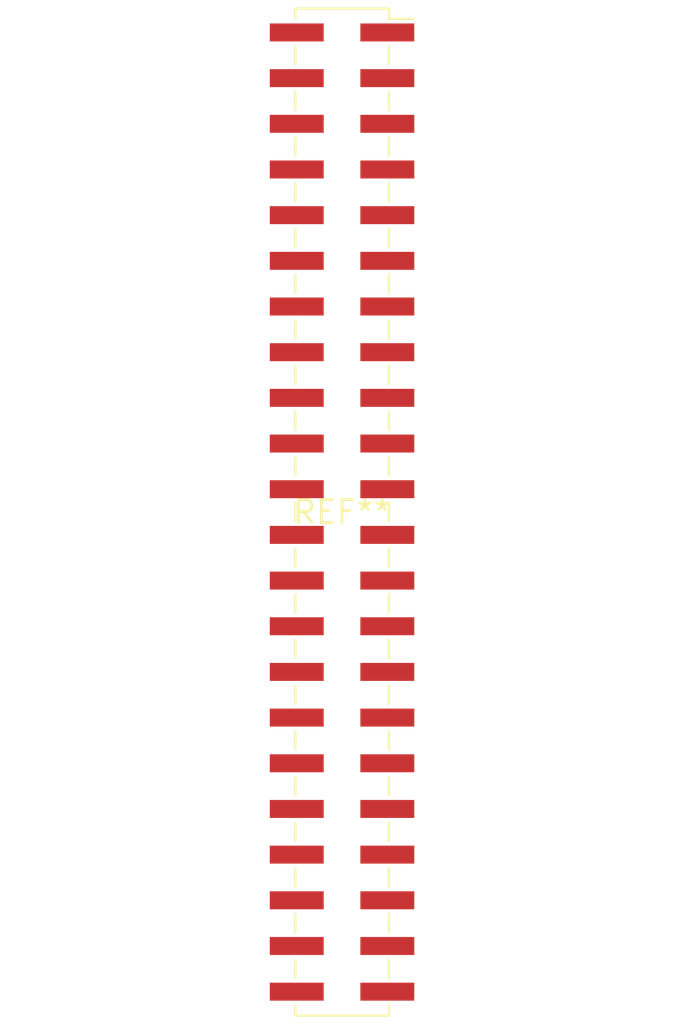
<source format=kicad_pcb>
(kicad_pcb (version 20240108) (generator pcbnew)
  (layers (0 "F.Cu" signal) (31 "B.Cu" signal) (34 "B.Paste" user) (35 "F.Paste" user) (36 "B.SilkS" user "B.Silkscreen") (37 "F.SilkS" user "F.Silkscreen") (38 "B.Mask" user) (39 "F.Mask" user) (44 "Edge.Cuts" user))
  (net 0 "")
  (footprint "PinSocket_2x22_P2.54mm_Vertical_SMD" (layer "F.Cu") (at 0 0)
    (property "Reference" "REF**")
    (property "Value" "PinSocket_2x22_P2.54mm_Vertical_SMD")
    (fp_line (start -2.6 -28) (end -2.6 -27.43) (layer "F.SilkS") (stroke (width 0.12)))
    (fp_line (start -2.6 -28) (end 2.6 -28) (layer "F.SilkS") (stroke (width 0.12)))
    (fp_line (start -2.6 -25.91) (end -2.6 -24.89) (layer "F.SilkS") (stroke (width 0.12)))
    (fp_line (start -2.6 -23.37) (end -2.6 -22.35) (layer "F.SilkS") (stroke (width 0.12)))
    (fp_line (start -2.6 -20.83) (end -2.6 -19.81) (layer "F.SilkS") (stroke (width 0.12)))
    (fp_line (start -2.6 -18.29) (end -2.6 -17.27) (layer "F.SilkS") (stroke (width 0.12)))
    (fp_line (start -2.6 -15.75) (end -2.6 -14.73) (layer "F.SilkS") (stroke (width 0.12)))
    (fp_line (start -2.6 -13.21) (end -2.6 -12.19) (layer "F.SilkS") (stroke (width 0.12)))
    (fp_line (start -2.6 -10.67) (end -2.6 -9.65) (layer "F.SilkS") (stroke (width 0.12)))
    (fp_line (start -2.6 -8.13) (end -2.6 -7.11) (layer "F.SilkS") (stroke (width 0.12)))
    (fp_line (start -2.6 -5.59) (end -2.6 -4.57) (layer "F.SilkS") (stroke (width 0.12)))
    (fp_line (start -2.6 -3.05) (end -2.6 -2.03) (layer "F.SilkS") (stroke (width 0.12)))
    (fp_line (start -2.6 -0.51) (end -2.6 0.51) (layer "F.SilkS") (stroke (width 0.12)))
    (fp_line (start -2.6 2.03) (end -2.6 3.05) (layer "F.SilkS") (stroke (width 0.12)))
    (fp_line (start -2.6 4.57) (end -2.6 5.59) (layer "F.SilkS") (stroke (width 0.12)))
    (fp_line (start -2.6 7.11) (end -2.6 8.13) (layer "F.SilkS") (stroke (width 0.12)))
    (fp_line (start -2.6 9.65) (end -2.6 10.67) (layer "F.SilkS") (stroke (width 0.12)))
    (fp_line (start -2.6 12.19) (end -2.6 13.21) (layer "F.SilkS") (stroke (width 0.12)))
    (fp_line (start -2.6 14.73) (end -2.6 15.75) (layer "F.SilkS") (stroke (width 0.12)))
    (fp_line (start -2.6 17.27) (end -2.6 18.29) (layer "F.SilkS") (stroke (width 0.12)))
    (fp_line (start -2.6 19.81) (end -2.6 20.83) (layer "F.SilkS") (stroke (width 0.12)))
    (fp_line (start -2.6 22.35) (end -2.6 23.37) (layer "F.SilkS") (stroke (width 0.12)))
    (fp_line (start -2.6 24.89) (end -2.6 25.91) (layer "F.SilkS") (stroke (width 0.12)))
    (fp_line (start -2.6 27.43) (end -2.6 28) (layer "F.SilkS") (stroke (width 0.12)))
    (fp_line (start -2.6 28) (end 2.6 28) (layer "F.SilkS") (stroke (width 0.12)))
    (fp_line (start 2.6 -28) (end 2.6 -27.43) (layer "F.SilkS") (stroke (width 0.12)))
    (fp_line (start 2.6 -27.43) (end 3.96 -27.43) (layer "F.SilkS") (stroke (width 0.12)))
    (fp_line (start 2.6 -25.91) (end 2.6 -24.89) (layer "F.SilkS") (stroke (width 0.12)))
    (fp_line (start 2.6 -23.37) (end 2.6 -22.35) (layer "F.SilkS") (stroke (width 0.12)))
    (fp_line (start 2.6 -20.83) (end 2.6 -19.81) (layer "F.SilkS") (stroke (width 0.12)))
    (fp_line (start 2.6 -18.29) (end 2.6 -17.27) (layer "F.SilkS") (stroke (width 0.12)))
    (fp_line (start 2.6 -15.75) (end 2.6 -14.73) (layer "F.SilkS") (stroke (width 0.12)))
    (fp_line (start 2.6 -13.21) (end 2.6 -12.19) (layer "F.SilkS") (stroke (width 0.12)))
    (fp_line (start 2.6 -10.67) (end 2.6 -9.65) (layer "F.SilkS") (stroke (width 0.12)))
    (fp_line (start 2.6 -8.13) (end 2.6 -7.11) (layer "F.SilkS") (stroke (width 0.12)))
    (fp_line (start 2.6 -5.59) (end 2.6 -4.57) (layer "F.SilkS") (stroke (width 0.12)))
    (fp_line (start 2.6 -3.05) (end 2.6 -2.03) (layer "F.SilkS") (stroke (width 0.12)))
    (fp_line (start 2.6 -0.51) (end 2.6 0.51) (layer "F.SilkS") (stroke (width 0.12)))
    (fp_line (start 2.6 2.03) (end 2.6 3.05) (layer "F.SilkS") (stroke (width 0.12)))
    (fp_line (start 2.6 4.57) (end 2.6 5.59) (layer "F.SilkS") (stroke (width 0.12)))
    (fp_line (start 2.6 7.11) (end 2.6 8.13) (layer "F.SilkS") (stroke (width 0.12)))
    (fp_line (start 2.6 9.65) (end 2.6 10.67) (layer "F.SilkS") (stroke (width 0.12)))
    (fp_line (start 2.6 12.19) (end 2.6 13.21) (layer "F.SilkS") (stroke (width 0.12)))
    (fp_line (start 2.6 14.73) (end 2.6 15.75) (layer "F.SilkS") (stroke (width 0.12)))
    (fp_line (start 2.6 17.27) (end 2.6 18.29) (layer "F.SilkS") (stroke (width 0.12)))
    (fp_line (start 2.6 19.81) (end 2.6 20.83) (layer "F.SilkS") (stroke (width 0.12)))
    (fp_line (start 2.6 22.35) (end 2.6 23.37) (layer "F.SilkS") (stroke (width 0.12)))
    (fp_line (start 2.6 24.89) (end 2.6 25.91) (layer "F.SilkS") (stroke (width 0.12)))
    (fp_line (start 2.6 27.43) (end 2.6 28) (layer "F.SilkS") (stroke (width 0.12)))
    (pad "1" smd rect (at 2.52 -26.67) (size 3 1) (layers "F.Cu" "F.Paste" "F.Mask"))
    (pad "2" smd rect (at -2.52 -26.67) (size 3 1) (layers "F.Cu" "F.Paste" "F.Mask"))
    (pad "3" smd rect (at 2.52 -24.13) (size 3 1) (layers "F.Cu" "F.Paste" "F.Mask"))
    (pad "4" smd rect (at -2.52 -24.13) (size 3 1) (layers "F.Cu" "F.Paste" "F.Mask"))
    (pad "5" smd rect (at 2.52 -21.59) (size 3 1) (layers "F.Cu" "F.Paste" "F.Mask"))
    (pad "6" smd rect (at -2.52 -21.59) (size 3 1) (layers "F.Cu" "F.Paste" "F.Mask"))
    (pad "7" smd rect (at 2.52 -19.05) (size 3 1) (layers "F.Cu" "F.Paste" "F.Mask"))
    (pad "8" smd rect (at -2.52 -19.05) (size 3 1) (layers "F.Cu" "F.Paste" "F.Mask"))
    (pad "9" smd rect (at 2.52 -16.51) (size 3 1) (layers "F.Cu" "F.Paste" "F.Mask"))
    (pad "10" smd rect (at -2.52 -16.51) (size 3 1) (layers "F.Cu" "F.Paste" "F.Mask"))
    (pad "11" smd rect (at 2.52 -13.97) (size 3 1) (layers "F.Cu" "F.Paste" "F.Mask"))
    (pad "12" smd rect (at -2.52 -13.97) (size 3 1) (layers "F.Cu" "F.Paste" "F.Mask"))
    (pad "13" smd rect (at 2.52 -11.43) (size 3 1) (layers "F.Cu" "F.Paste" "F.Mask"))
    (pad "14" smd rect (at -2.52 -11.43) (size 3 1) (layers "F.Cu" "F.Paste" "F.Mask"))
    (pad "15" smd rect (at 2.52 -8.89) (size 3 1) (layers "F.Cu" "F.Paste" "F.Mask"))
    (pad "16" smd rect (at -2.52 -8.89) (size 3 1) (layers "F.Cu" "F.Paste" "F.Mask"))
    (pad "17" smd rect (at 2.52 -6.35) (size 3 1) (layers "F.Cu" "F.Paste" "F.Mask"))
    (pad "18" smd rect (at -2.52 -6.35) (size 3 1) (layers "F.Cu" "F.Paste" "F.Mask"))
    (pad "19" smd rect (at 2.52 -3.81) (size 3 1) (layers "F.Cu" "F.Paste" "F.Mask"))
    (pad "20" smd rect (at -2.52 -3.81) (size 3 1) (layers "F.Cu" "F.Paste" "F.Mask"))
    (pad "21" smd rect (at 2.52 -1.27) (size 3 1) (layers "F.Cu" "F.Paste" "F.Mask"))
    (pad "22" smd rect (at -2.52 -1.27) (size 3 1) (layers "F.Cu" "F.Paste" "F.Mask"))
    (pad "23" smd rect (at 2.52 1.27) (size 3 1) (layers "F.Cu" "F.Paste" "F.Mask"))
    (pad "24" smd rect (at -2.52 1.27) (size 3 1) (layers "F.Cu" "F.Paste" "F.Mask"))
    (pad "25" smd rect (at 2.52 3.81) (size 3 1) (layers "F.Cu" "F.Paste" "F.Mask"))
    (pad "26" smd rect (at -2.52 3.81) (size 3 1) (layers "F.Cu" "F.Paste" "F.Mask"))
    (pad "27" smd rect (at 2.52 6.35) (size 3 1) (layers "F.Cu" "F.Paste" "F.Mask"))
    (pad "28" smd rect (at -2.52 6.35) (size 3 1) (layers "F.Cu" "F.Paste" "F.Mask"))
    (pad "29" smd rect (at 2.52 8.89) (size 3 1) (layers "F.Cu" "F.Paste" "F.Mask"))
    (pad "30" smd rect (at -2.52 8.89) (size 3 1) (layers "F.Cu" "F.Paste" "F.Mask"))
    (pad "31" smd rect (at 2.52 11.43) (size 3 1) (layers "F.Cu" "F.Paste" "F.Mask"))
    (pad "32" smd rect (at -2.52 11.43) (size 3 1) (layers "F.Cu" "F.Paste" "F.Mask"))
    (pad "33" smd rect (at 2.52 13.97) (size 3 1) (layers "F.Cu" "F.Paste" "F.Mask"))
    (pad "34" smd rect (at -2.52 13.97) (size 3 1) (layers "F.Cu" "F.Paste" "F.Mask"))
    (pad "35" smd rect (at 2.52 16.51) (size 3 1) (layers "F.Cu" "F.Paste" "F.Mask"))
    (pad "36" smd rect (at -2.52 16.51) (size 3 1) (layers "F.Cu" "F.Paste" "F.Mask"))
    (pad "37" smd rect (at 2.52 19.05) (size 3 1) (layers "F.Cu" "F.Paste" "F.Mask"))
    (pad "38" smd rect (at -2.52 19.05) (size 3 1) (layers "F.Cu" "F.Paste" "F.Mask"))
    (pad "39" smd rect (at 2.52 21.59) (size 3 1) (layers "F.Cu" "F.Paste" "F.Mask"))
    (pad "40" smd rect (at -2.52 21.59) (size 3 1) (layers "F.Cu" "F.Paste" "F.Mask"))
    (pad "41" smd rect (at 2.52 24.13) (size 3 1) (layers "F.Cu" "F.Paste" "F.Mask"))
    (pad "42" smd rect (at -2.52 24.13) (size 3 1) (layers "F.Cu" "F.Paste" "F.Mask"))
    (pad "43" smd rect (at 2.52 26.67) (size 3 1) (layers "F.Cu" "F.Paste" "F.Mask"))
    (pad "44" smd rect (at -2.52 26.67) (size 3 1) (layers "F.Cu" "F.Paste" "F.Mask"))
  )
)
</source>
